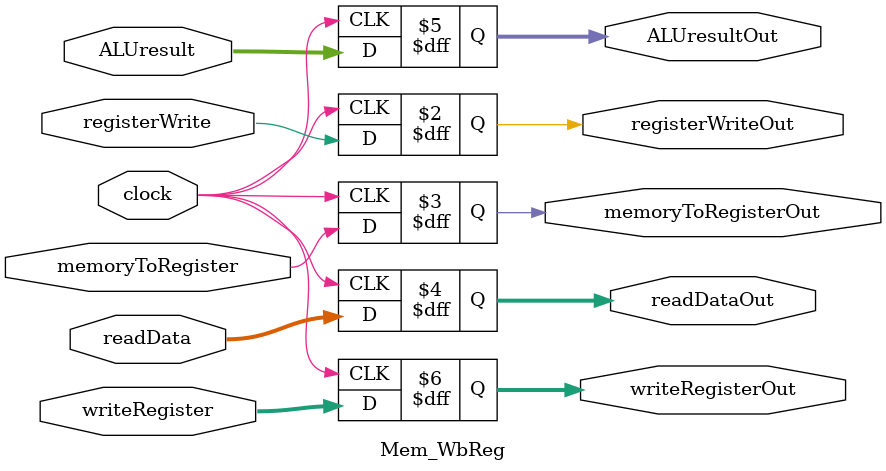
<source format=v>
module Mem_WbReg(
  input clock,
  input registerWrite, 
  input memoryToRegister,
  input [31:0] ALUresult,
  input [31:0] readData,
  input [4:0] writeRegister,
  output reg registerWriteOut,
  output reg memoryToRegisterOut,
  output reg[31:0] readDataOut,
  output reg [31:0] ALUresultOut,
  output reg [4:0] writeRegisterOut
);
always@(posedge clock)begin
      registerWriteOut<=registerWrite;
      memoryToRegisterOut<=memoryToRegister;
      readDataOut<=readData;
      ALUresultOut<=ALUresult;
      writeRegisterOut<=writeRegister;
end  
endmodule
</source>
